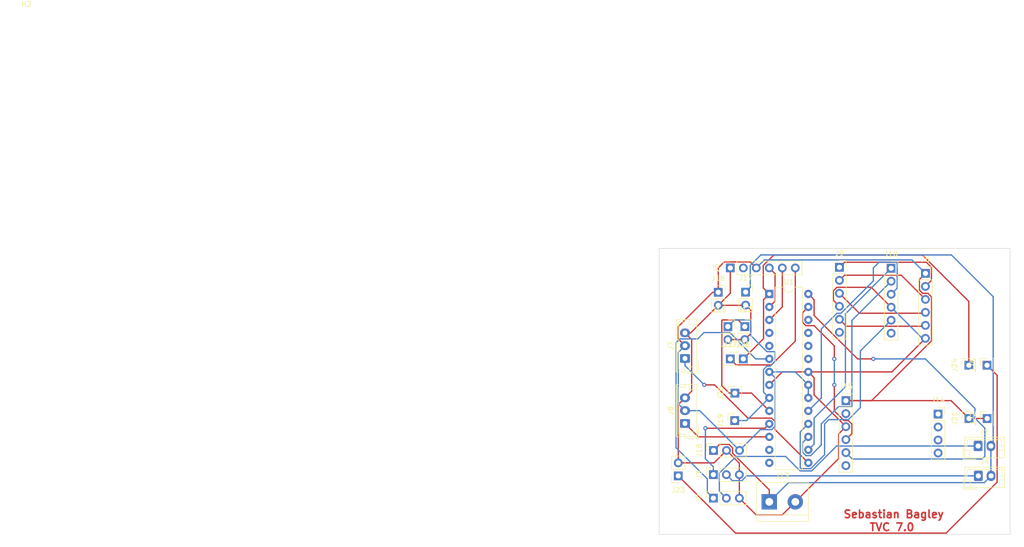
<source format=kicad_pcb>
(kicad_pcb (version 20221018) (generator pcbnew)
  (layers (0 "F.Cu" signal) (31 "B.Cu" signal) (34 "B.Paste" user) (35 "F.Paste" user) (36 "B.SilkS" user "B.Silkscreen") (37 "F.SilkS" user "F.Silkscreen") (38 "B.Mask" user) (39 "F.Mask" user) (44 "Edge.Cuts" user))
  (net 0 "")
  (net 1 "Net-(J1-Pin_1)")
  (net 2 "Net-(J1-Pin_2)")
  (net 3 "Net-(J2-Pin_1)")
  (net 4 "Net-(J10-Pin_4)")
  (net 5 "Net-(J3-Pin_1)")
  (net 6 "Net-(J3-Pin_2)")
  (net 8 "Net-(J15-Pin_1)")
  (net 9 "Net-(J5-Pin_4)")
  (net 10 "Net-(J5-Pin_5)")
  (net 11 "Net-(J27-Pin_1)")
  (net 12 "Net-(J6-Pin_2)")
  (net 13 "Net-(J6-Pin_3)")
  (net 14 "Net-(J6-Pin_4)")
  (net 15 "Net-(J6-Pin_5)")
  (net 16 "Net-(J7-Pin_1)")
  (net 17 "Net-(J8-Pin_1)")
  (net 19 "Net-(J10-Pin_1)")
  (net 20 "Net-(J10-Pin_2)")
  (net 21 "Net-(J10-Pin_3)")
  (net 22 "Net-(J10-Pin_5)")
  (net 24 "Net-(J11-Pin_1)")
  (net 25 "Net-(J12-Pin_1)")
  (net 31 "Net-(J15-Pin_4)")
  (net 32 "Net-(J15-Pin_5)")
  (net 34 "Net-(J23-Pin_1)")
  (net 35 "Net-(J24-Pin_1)")
  (footprint "Connector_PinSocket_2.54mm:PinSocket_1x02_P2.54mm_Vertical" (layer "F.Cu") (at 145.242639 55.520434)
    (fp_text reference "J17" (at 0 -2.77) (layer "F.SilkS"))
    (fp_text value "Conn_01x02_Female")
    (pad "1" thru_hole rect (at 0 0) (size 1.7 1.7) (drill 1) (layers "*.Cu" "*.Mask") (net 2 "Net-(J1-Pin_2)"))
    (pad "2" thru_hole oval (at 0 2.54) (size 1.7 1.7) (drill 1) (layers "*.Cu" "*.Mask") (net 4 "Net-(J10-Pin_4)"))
  )
  (footprint "Connector_PinSocket_2.54mm:PinSocket_1x01_P2.54mm_Vertical" (layer "F.Cu") (at 192.409803 80.227478 90)
    (fp_text reference "J22" (at 0 -2.77 90) (layer "F.SilkS"))
    (fp_text value "Conn_01x01_Female")
    (pad "1" thru_hole rect (at 0 0 90) (size 1.7 1.7) (drill 1) (layers "*.Cu" "*.Mask") (net 8 "Net-(J15-Pin_1)"))
  )
  (footprint "Connector_PinSocket_2.54mm:PinSocket_1x02_P2.54mm_Vertical" (layer "F.Cu") (at 139.890107 55.563951)
    (fp_text reference "J16" (at 0 -2.77) (layer "F.SilkS"))
    (fp_text value "Conn_01x02_Female")
    (pad "1" thru_hole rect (at 0 0) (size 1.7 1.7) (drill 1) (layers "*.Cu" "*.Mask") (net 8 "Net-(J15-Pin_1)"))
    (pad "2" thru_hole oval (at 0 2.54) (size 1.7 1.7) (drill 1) (layers "*.Cu" "*.Mask") (net 4 "Net-(J10-Pin_4)"))
  )
  (footprint "Connector_PinSocket_2.54mm:PinSocket_1x03_P2.54mm_Vertical" (layer "F.Cu") (at 138.966639 86.470778 90)
    (fp_text reference "J18" (at 0 -2.77 90) (layer "F.SilkS"))
    (fp_text value "Conn_01x03_Female")
    (pad "1" thru_hole rect (at 0 0 90) (size 1.7 1.7) (drill 1) (layers "*.Cu" "*.Mask") (net 2 "Net-(J1-Pin_2)"))
    (pad "2" thru_hole oval (at 0 2.54 90) (size 1.7 1.7) (drill 1) (layers "*.Cu" "*.Mask") (net 4 "Net-(J10-Pin_4)"))
    (pad "3" thru_hole oval (at 0 5.08 90) (size 1.7 1.7) (drill 1) (layers "*.Cu" "*.Mask") (net 8 "Net-(J15-Pin_1)"))
  )
  (footprint "MountingHole:MountingHole_4.5mm" (layer "F.Cu") (at 132.08 99.06)
    (fp_text reference "H4" (at 0 0) (layer "F.SilkS"))
    (fp_text value "MountingHole")
    (pad "" np_thru_hole circle (at 0 0) (size 4.5 4.5) (drill 4.5) (layers "*.Cu" "*.Mask"))
  )
  (footprint "Connector_PinSocket_2.54mm:PinSocket_1x06_P2.54mm_Vertical" (layer "F.Cu") (at 164.815338 76.736856)
    (fp_text reference "J15" (at 0 -2.77) (layer "F.SilkS"))
    (fp_text value "Conn_01x06_Female")
    (pad "1" thru_hole rect (at 0 0) (size 1.7 1.7) (drill 1) (layers "*.Cu" "*.Mask") (net 8 "Net-(J15-Pin_1)"))
    (pad "2" thru_hole oval (at 0 2.54) (size 1.7 1.7) (drill 1) (layers "*.Cu" "*.Mask"))
    (pad "3" thru_hole oval (at 0 5.08) (size 1.7 1.7) (drill 1) (layers "*.Cu" "*.Mask") (net 4 "Net-(J10-Pin_4)"))
    (pad "4" thru_hole oval (at 0 7.62) (size 1.7 1.7) (drill 1) (layers "*.Cu" "*.Mask") (net 31 "Net-(J15-Pin_4)"))
    (pad "5" thru_hole oval (at 0 10.16) (size 1.7 1.7) (drill 1) (layers "*.Cu" "*.Mask") (net 32 "Net-(J15-Pin_5)"))
    (pad "6" thru_hole oval (at 0 12.7) (size 1.7 1.7) (drill 1) (layers "*.Cu" "*.Mask"))
  )
  (footprint "Connector_PinSocket_2.54mm:PinSocket_1x03_P2.54mm_Vertical" (layer "F.Cu") (at 138.93492 91.204316 90)
    (fp_text reference "J3" (at 0 -2.77 90) (layer "F.SilkS"))
    (fp_text value "Conn_01x03_Female")
    (pad "1" thru_hole rect (at 0 0 90) (size 1.7 1.7) (drill 1) (layers "*.Cu" "*.Mask") (net 5 "Net-(J3-Pin_1)"))
    (pad "2" thru_hole oval (at 0 2.54 90) (size 1.7 1.7) (drill 1) (layers "*.Cu" "*.Mask") (net 6 "Net-(J3-Pin_2)"))
    (pad "3" thru_hole oval (at 0 5.08 90) (size 1.7 1.7) (drill 1) (layers "*.Cu" "*.Mask") (net 4 "Net-(J10-Pin_4)"))
  )
  (footprint "MountingHole:MountingHole_4.5mm" (layer "F.Cu") (at 193.04 99.06)
    (fp_text reference "H3" (at 0 0) (layer "F.SilkS"))
    (fp_text value "MountingHole")
    (pad "" np_thru_hole circle (at 0 0) (size 4.5 4.5) (drill 4.5) (layers "*.Cu" "*.Mask"))
  )
  (footprint "Connector_PinSocket_2.54mm:PinSocket_1x01_P2.54mm_Vertical" (layer "F.Cu") (at 188.82422 69.817404 90)
    (fp_text reference "J24" (at 0 -2.77 90) (layer "F.SilkS"))
    (fp_text value "Conn_01x01_Female")
    (pad "1" thru_hole rect (at 0 0 90) (size 1.7 1.7) (drill 1) (layers "*.Cu" "*.Mask") (net 35 "Net-(J24-Pin_1)"))
  )
  (footprint "Connector_PinSocket_2.54mm:PinSocket_1x02_P2.54mm_Vertical" (layer "F.Cu") (at 141.761066 62.263919)
    (fp_text reference "J11" (at -1.73923 -3.332754) (layer "F.SilkS"))
    (fp_text value "Conn_01x02_Female")
    (pad "1" thru_hole rect (at 0 0) (size 1.7 1.7) (drill 1) (layers "*.Cu" "*.Mask") (net 24 "Net-(J11-Pin_1)"))
    (pad "2" thru_hole oval (at 0 2.54) (size 1.7 1.7) (drill 1) (layers "*.Cu" "*.Mask") (net 4 "Net-(J10-Pin_4)"))
  )
  (footprint "Connector_PinSocket_2.54mm:PinSocket_1x04_P2.54mm_Vertical" (layer "F.Cu") (at 182.826636 79.355297)
    (fp_text reference "J14" (at 0 -2.77) (layer "F.SilkS"))
    (fp_text value "Conn_01x04_Female")
    (pad "1" thru_hole rect (at 0 0) (size 1.7 1.7) (drill 1) (layers "*.Cu" "*.Mask"))
    (pad "2" thru_hole oval (at 0 2.54) (size 1.7 1.7) (drill 1) (layers "*.Cu" "*.Mask"))
    (pad "3" thru_hole oval (at 0 5.08) (size 1.7 1.7) (drill 1) (layers "*.Cu" "*.Mask"))
    (pad "4" thru_hole oval (at 0 7.62) (size 1.7 1.7) (drill 1) (layers "*.Cu" "*.Mask"))
  )
  (footprint "Package_DIP:DIP-28_W7.62mm" (layer "F.Cu") (at 149.86 55.88)
    (fp_text reference "U1" (at 3.81 -2.33) (layer "F.SilkS"))
    (fp_text value "ATmega328-P")
    (pad "1" thru_hole rect (at 0 0) (size 1.6 1.6) (drill 0.8) (layers "*.Cu" "*.Mask") (net 35 "Net-(J24-Pin_1)"))
    (pad "2" thru_hole oval (at 0 2.54) (size 1.6 1.6) (drill 0.8) (layers "*.Cu" "*.Mask") (net 9 "Net-(J5-Pin_4)"))
    (pad "3" thru_hole oval (at 0 5.08) (size 1.6 1.6) (drill 0.8) (layers "*.Cu" "*.Mask") (net 10 "Net-(J5-Pin_5)"))
    (pad "4" thru_hole oval (at 0 7.62) (size 1.6 1.6) (drill 0.8) (layers "*.Cu" "*.Mask"))
    (pad "5" thru_hole oval (at 0 10.16) (size 1.6 1.6) (drill 0.8) (layers "*.Cu" "*.Mask"))
    (pad "6" thru_hole oval (at 0 12.7) (size 1.6 1.6) (drill 0.8) (layers "*.Cu" "*.Mask") (net 3 "Net-(J2-Pin_1)"))
    (pad "7" thru_hole oval (at 0 15.24) (size 1.6 1.6) (drill 0.8) (layers "*.Cu" "*.Mask") (net 8 "Net-(J15-Pin_1)"))
    (pad "8" thru_hole oval (at 0 17.78) (size 1.6 1.6) (drill 0.8) (layers "*.Cu" "*.Mask") (net 4 "Net-(J10-Pin_4)"))
    (pad "9" thru_hole oval (at 0 20.32) (size 1.6 1.6) (drill 0.8) (layers "*.Cu" "*.Mask") (net 24 "Net-(J11-Pin_1)"))
    (pad "10" thru_hole oval (at 0 22.86) (size 1.6 1.6) (drill 0.8) (layers "*.Cu" "*.Mask") (net 25 "Net-(J12-Pin_1)"))
    (pad "11" thru_hole oval (at 0 25.4) (size 1.6 1.6) (drill 0.8) (layers "*.Cu" "*.Mask") (net 5 "Net-(J3-Pin_1)"))
    (pad "12" thru_hole oval (at 0 27.94) (size 1.6 1.6) (drill 0.8) (layers "*.Cu" "*.Mask") (net 17 "Net-(J8-Pin_1)"))
    (pad "13" thru_hole oval (at 0 30.48) (size 1.6 1.6) (drill 0.8) (layers "*.Cu" "*.Mask"))
    (pad "14" thru_hole oval (at 0 33.02) (size 1.6 1.6) (drill 0.8) (layers "*.Cu" "*.Mask"))
    (pad "15" thru_hole oval (at 7.62 33.02) (size 1.6 1.6) (drill 0.8) (layers "*.Cu" "*.Mask") (net 16 "Net-(J7-Pin_1)"))
    (pad "16" thru_hole oval (at 7.62 30.48) (size 1.6 1.6) (drill 0.8) (layers "*.Cu" "*.Mask") (net 19 "Net-(J10-Pin_1)"))
    (pad "17" thru_hole oval (at 7.62 27.94) (size 1.6 1.6) (drill 0.8) (layers "*.Cu" "*.Mask") (net 20 "Net-(J10-Pin_2)"))
    (pad "18" thru_hole oval (at 7.62 25.4) (size 1.6 1.6) (drill 0.8) (layers "*.Cu" "*.Mask") (net 22 "Net-(J10-Pin_5)"))
    (pad "19" thru_hole oval (at 7.62 22.86) (size 1.6 1.6) (drill 0.8) (layers "*.Cu" "*.Mask") (net 21 "Net-(J10-Pin_3)"))
    (pad "20" thru_hole oval (at 7.62 20.32) (size 1.6 1.6) (drill 0.8) (layers "*.Cu" "*.Mask") (net 8 "Net-(J15-Pin_1)"))
    (pad "21" thru_hole oval (at 7.62 17.78) (size 1.6 1.6) (drill 0.8) (layers "*.Cu" "*.Mask") (net 8 "Net-(J15-Pin_1)"))
    (pad "22" thru_hole oval (at 7.62 15.24) (size 1.6 1.6) (drill 0.8) (layers "*.Cu" "*.Mask") (net 4 "Net-(J10-Pin_4)"))
    (pad "23" thru_hole oval (at 7.62 12.7) (size 1.6 1.6) (drill 0.8) (layers "*.Cu" "*.Mask"))
    (pad "24" thru_hole oval (at 7.62 10.16) (size 1.6 1.6) (drill 0.8) (layers "*.Cu" "*.Mask"))
    (pad "25" thru_hole oval (at 7.62 7.62) (size 1.6 1.6) (drill 0.8) (layers "*.Cu" "*.Mask"))
    (pad "26" thru_hole oval (at 7.62 5.08) (size 1.6 1.6) (drill 0.8) (layers "*.Cu" "*.Mask"))
    (pad "27" thru_hole oval (at 7.62 2.54) (size 1.6 1.6) (drill 0.8) (layers "*.Cu" "*.Mask") (net 31 "Net-(J15-Pin_4)"))
    (pad "28" thru_hole oval (at 7.62 0) (size 1.6 1.6) (drill 0.8) (layers "*.Cu" "*.Mask") (net 32 "Net-(J15-Pin_5)"))
  )
  (footprint "Connector_PinSocket_2.54mm:PinSocket_1x02_P2.54mm_Vertical" (layer "F.Cu") (at 132.08 91.44 180)
    (fp_text reference "J23" (at 0 -2.77) (layer "F.SilkS"))
    (fp_text value "Conn_01x02_Female")
    (pad "1" thru_hole rect (at 0 0 180) (size 1.7 1.7) (drill 1) (layers "*.Cu" "*.Mask") (net 34 "Net-(J23-Pin_1)"))
    (pad "2" thru_hole oval (at 0 2.54 180) (size 1.7 1.7) (drill 1) (layers "*.Cu" "*.Mask") (net 4 "Net-(J10-Pin_4)"))
  )
  (footprint "Connector_PinSocket_2.54mm:PinSocket_1x03_P2.54mm_Vertical" (layer "F.Cu") (at 138.93492 95.804316 90)
    (fp_text reference "J2" (at 0 -2.77 90) (layer "F.SilkS"))
    (fp_text value "Conn_01x03_Female")
    (pad "1" thru_hole rect (at 0 0 90) (size 1.7 1.7) (drill 1) (layers "*.Cu" "*.Mask") (net 3 "Net-(J2-Pin_1)"))
    (pad "2" thru_hole oval (at 0 2.54 90) (size 1.7 1.7) (drill 1) (layers "*.Cu" "*.Mask") (net 1 "Net-(J1-Pin_1)"))
    (pad "3" thru_hole oval (at 0 5.08 90) (size 1.7 1.7) (drill 1) (layers "*.Cu" "*.Mask") (net 4 "Net-(J10-Pin_4)"))
  )
  (footprint "MountingHole:MountingHole_4.5mm" (layer "F.Cu") (at 4.775 4.775)
    (fp_text reference "H2" (at 0 -5.5) (layer "F.SilkS"))
    (fp_text value "MountingHole")
    (pad "" np_thru_hole circle (at 0 0) (size 4.5 4.5) (drill 4.5) (layers "*.Cu" "*.Mask"))
  )
  (footprint "Connector_PinSocket_2.54mm:PinSocket_1x01_P2.54mm_Vertical" (layer "F.Cu") (at 144.78 68.58)
    (fp_text reference "J26" (at 0 -2.77) (layer "F.SilkS"))
    (fp_text value "Conn_01x01_Female")
    (pad "1" thru_hole rect (at 0 0) (size 1.7 1.7) (drill 1) (layers "*.Cu" "*.Mask") (net 35 "Net-(J24-Pin_1)"))
  )
  (footprint "MountingHole:MountingHole_4.5mm" (layer "F.Cu") (at 132.08 50.8)
    (fp_text reference "H1" (at 0 0) (layer "F.SilkS"))
    (fp_text value "MountingHole")
    (pad "" np_thru_hole circle (at 0 0) (size 4.5 4.5) (drill 4.5) (layers "*.Cu" "*.Mask"))
  )
  (footprint "Connector_PinSocket_2.54mm:PinSocket_1x01_P2.54mm_Vertical" (layer "F.Cu") (at 188.850246 80.227479 90)
    (fp_text reference "J21" (at 0 -2.77 90) (layer "F.SilkS"))
    (fp_text value "Conn_01x01_Female")
    (pad "1" thru_hole rect (at 0 0 90) (size 1.7 1.7) (drill 1) (layers "*.Cu" "*.Mask") (net 8 "Net-(J15-Pin_1)"))
  )
  (footprint "Connector_PinSocket_2.54mm:PinSocket_1x02_P2.54mm_Vertical" (layer "F.Cu") (at 145.077867 62.26317)
    (fp_text reference "J12" (at 0.053072 -3.369219) (layer "F.SilkS"))
    (fp_text value "Conn_01x02_Female")
    (pad "1" thru_hole rect (at 0 0) (size 1.7 1.7) (drill 1) (layers "*.Cu" "*.Mask") (net 25 "Net-(J12-Pin_1)"))
    (pad "2" thru_hole oval (at 0 2.54) (size 1.7 1.7) (drill 1) (layers "*.Cu" "*.Mask") (net 4 "Net-(J10-Pin_4)"))
  )
  (footprint "Connector_PinSocket_2.54mm:PinSocket_1x01_P2.54mm_Vertical" (layer "F.Cu") (at 143.133939 75.263877 90)
    (fp_text reference "J20" (at 0 -2.77 90) (layer "F.SilkS"))
    (fp_text value "Conn_01x01_Female")
    (pad "1" thru_hole rect (at 0 0 90) (size 1.7 1.7) (drill 1) (layers "*.Cu" "*.Mask") (net 25 "Net-(J12-Pin_1)"))
  )
  (footprint "TerminalBlock:TerminalBlock_bornier-2_P5.08mm" (layer "F.Cu") (at 149.86 96.52)
    (fp_text reference "J13" (at 2.54 -5.08) (layer "F.SilkS"))
    (fp_text value "Conn_01x02_Female")
    (pad "1" thru_hole rect (at 0 0) (size 3 3) (drill 1.52) (layers "*.Cu" "*.Mask") (net 2 "Net-(J1-Pin_2)"))
    (pad "2" thru_hole circle (at 5.08 0) (size 3 3) (drill 1.52) (layers "*.Cu" "*.Mask") (net 4 "Net-(J10-Pin_4)"))
  )
  (footprint "Connector_JST:JST_EH_B3B-EH-A_1x03_P2.50mm_Vertical" (layer "F.Cu") (at 133.395778 68.494879 90)
    (fp_text reference "J7" (at 2.5 -2.8 90) (layer "F.SilkS"))
    (fp_text value "Conn_01x03_Male")
    (pad "1" thru_hole roundrect (at 0 0 90) (size 1.7 1.95) (drill 0.95) (layers "*.Cu" "*.Mask") (roundrect_rratio 0.1470588235) (net 16 "Net-(J7-Pin_1)"))
    (pad "2" thru_hole oval (at 2.5 0 90) (size 1.7 1.95) (drill 0.95) (layers "*.Cu" "*.Mask") (net 8 "Net-(J15-Pin_1)"))
    (pad "3" thru_hole oval (at 5 0 90) (size 1.7 1.95) (drill 0.95) (layers "*.Cu" "*.Mask") (net 4 "Net-(J10-Pin_4)"))
  )
  (footprint "Connector_PinSocket_2.54mm:PinSocket_1x06_P2.54mm_Vertical" (layer "F.Cu") (at 142.24 50.8 90)
    (fp_text reference "J5" (at 0 -2.77 90) (layer "F.SilkS"))
    (fp_text value "Conn_01x06_Pin")
    (pad "1" thru_hole rect (at 0 0 90) (size 1.7 1.7) (drill 1) (layers "*.Cu" "*.Mask") (net 4 "Net-(J10-Pin_4)"))
    (pad "2" thru_hole oval (at 0 2.54 90) (size 1.7 1.7) (drill 1) (layers "*.Cu" "*.Mask"))
    (pad "3" thru_hole oval (at 0 5.08 90) (size 1.7 1.7) (drill 1) (layers "*.Cu" "*.Mask") (net 8 "Net-(J15-Pin_1)"))
    (pad "4" thru_hole oval (at 0 7.62 90) (size 1.7 1.7) (drill 1) (layers "*.Cu" "*.Mask") (net 9 "Net-(J5-Pin_4)"))
    (pad "5" thru_hole oval (at 0 10.16 90) (size 1.7 1.7) (drill 1) (layers "*.Cu" "*.Mask") (net 10 "Net-(J5-Pin_5)"))
    (pad "6" thru_hole oval (at 0 12.7 90) (size 1.7 1.7) (drill 1) (layers "*.Cu" "*.Mask") (net 11 "Net-(J27-Pin_1)"))
  )
  (footprint "Connector_JST:JST_EH_B2B-EH-A_1x02_P2.50mm_Vertical" (layer "F.Cu") (at 190.677159 91.44)
    (fp_text reference "J4" (at 1.25 -2.8) (layer "F.SilkS"))
    (fp_text value "Conn_01x02_Female")
    (pad "1" thru_hole roundrect (at 0 0) (size 1.7 2) (drill 1) (layers "*.Cu" "*.Mask") (roundrect_rratio 0.1470588235) (net 6 "Net-(J3-Pin_2)"))
    (pad "2" thru_hole oval (at 2.5 0) (size 1.7 2) (drill 1) (layers "*.Cu" "*.Mask") (net 2 "Net-(J1-Pin_2)"))
  )
  (footprint "Connector_PinSocket_2.54mm:PinSocket_1x06_P2.54mm_Vertical" (layer "F.Cu") (at 180.35416 51.866001)
    (fp_text reference "J6" (at 0 -2.77) (layer "F.SilkS"))
    (fp_text value "Conn_01x06_Pin")
    (pad "1" thru_hole rect (at 0 0) (size 1.7 1.7) (drill 1) (layers "*.Cu" "*.Mask") (net 8 "Net-(J15-Pin_1)"))
    (pad "2" thru_hole oval (at 0 2.54) (size 1.7 1.7) (drill 1) (layers "*.Cu" "*.Mask") (net 12 "Net-(J6-Pin_2)"))
    (pad "3" thru_hole oval (at 0 5.08) (size 1.7 1.7) (drill 1) (layers "*.Cu" "*.Mask") (net 13 "Net-(J6-Pin_3)"))
    (pad "4" thru_hole oval (at 0 7.62) (size 1.7 1.7) (drill 1) (layers "*.Cu" "*.Mask") (net 14 "Net-(J6-Pin_4)"))
    (pad "5" thru_hole oval (at 0 10.16) (size 1.7 1.7) (drill 1) (layers "*.Cu" "*.Mask") (net 15 "Net-(J6-Pin_5)"))
    (pad "6" thru_hole oval (at 0 12.7) (size 1.7 1.7) (drill 1) (layers "*.Cu" "*.Mask") (net 4 "Net-(J10-Pin_4)"))
  )
  (footprint "Connector_JST:JST_EH_B3B-EH-A_1x03_P2.50mm_Vertical" (layer "F.Cu") (at 133.395778 81.194879 90)
    (fp_text reference "J8" (at 2.5 -2.8 90) (layer "F.SilkS"))
    (fp_text value "Conn_01x03_Male")
    (pad "1" thru_hole roundrect (at 0 0 90) (size 1.7 1.95) (drill 0.95) (layers "*.Cu" "*.Mask") (roundrect_rratio 0.1470588235) (net 17 "Net-(J8-Pin_1)"))
    (pad "2" thru_hole oval (at 2.5 0 90) (size 1.7 1.95) (drill 0.95) (layers "*.Cu" "*.Mask") (net 8 "Net-(J15-Pin_1)"))
    (pad "3" thru_hole oval (at 5 0 90) (size 1.7 1.95) (drill 0.95) (layers "*.Cu" "*.Mask") (net 4 "Net-(J10-Pin_4)"))
  )
  (footprint "Connector_PinSocket_2.54mm:PinSocket_1x01_P2.54mm_Vertical" (layer "F.Cu") (at 143.106612 80.629354 90)
    (fp_text reference "J19" (at 0 -2.77 90) (layer "F.SilkS"))
    (fp_text value "Conn_01x01_Female")
    (pad "1" thru_hole rect (at 0 0 90) (size 1.7 1.7) (drill 1) (layers "*.Cu" "*.Mask") (net 24 "Net-(J11-Pin_1)"))
  )
  (footprint "Connector_JST:JST_EH_B2B-EH-A_1x02_P2.50mm_Vertical" (layer "F.Cu") (at 190.637089 85.600318)
    (fp_text reference "J1" (at 1.25 -2.8) (layer "F.SilkS"))
    (fp_text value "Conn_01x02_Female")
    (pad "1" thru_hole roundrect (at 0 0) (size 1.7 2) (drill 1) (layers "*.Cu" "*.Mask") (roundrect_rratio 0.1470588235) (net 1 "Net-(J1-Pin_1)"))
    (pad "2" thru_hole oval (at 2.5 0) (size 1.7 2) (drill 1) (layers "*.Cu" "*.Mask") (net 2 "Net-(J1-Pin_2)"))
  )
  (footprint "Connector_PinSocket_2.54mm:PinSocket_1x01_P2.54mm_Vertical" (layer "F.Cu") (at 192.383777 69.817403 90)
    (fp_text reference "J25" (at 0 -2.77 90) (layer "F.SilkS"))
    (fp_text value "Conn_01x01_Female")
    (pad "1" thru_hole rect (at 0 0 90) (size 1.7 1.7) (drill 1) (layers "*.Cu" "*.Mask") (net 34 "Net-(J23-Pin_1)"))
  )
  (footprint "Connector_PinSocket_2.54mm:PinSocket_1x01_P2.54mm_Vertical" (layer "F.Cu") (at 142.24 68.58)
    (fp_text reference "J27" (at 0 -2.77) (layer "F.SilkS"))
    (fp_text value "Conn_01x01_Female")
    (pad "1" thru_hole rect (at 0 0) (size 1.7 1.7) (drill 1) (layers "*.Cu" "*.Mask") (net 11 "Net-(J27-Pin_1)"))
  )
  (footprint "Connector_PinSocket_2.54mm:PinSocket_1x06_P2.54mm_Vertical" (layer "F.Cu") (at 173.656475 50.858175)
    (fp_text reference "J10" (at 0 -2.77) (layer "F.SilkS"))
    (fp_text value "Conn_01x06_Pin")
    (pad "1" thru_hole rect (at 0 0) (size 1.7 1.7) (drill 1) (layers "*.Cu" "*.Mask") (net 19 "Net-(J10-Pin_1)"))
    (pad "2" thru_hole oval (at 0 2.54) (size 1.7 1.7) (drill 1) (layers "*.Cu" "*.Mask") (net 20 "Net-(J10-Pin_2)"))
    (pad "3" thru_hole oval (at 0 5.08) (size 1.7 1.7) (drill 1) (layers "*.Cu" "*.Mask") (net 21 "Net-(J10-Pin_3)"))
    (pad "4" thru_hole oval (at 0 7.62) (size 1.7 1.7) (drill 1) (layers "*.Cu" "*.Mask") (net 4 "Net-(J10-Pin_4)"))
    (pad "5" thru_hole oval (at 0 10.16) (size 1.7 1.7) (drill 1) (layers "*.Cu" "*.Mask") (net 22 "Net-(J10-Pin_5)"))
    (pad "6" thru_hole oval (at 0 12.7) (size 1.7 1.7) (drill 1) (layers "*.Cu" "*.Mask"))
  )
  (footprint "Connector_PinSocket_2.54mm:PinSocket_1x06_P2.54mm_Vertical" (layer "F.Cu") (at 163.553861 50.681236)
    (fp_text reference "J9" (at 0 -2.77) (layer "F.SilkS"))
    (fp_text value "Conn_01x06_Pin")
    (pad "1" thru_hole rect (at 0 0) (size 1.7 1.7) (drill 1) (layers "*.Cu" "*.Mask") (net 12 "Net-(J6-Pin_2)"))
    (pad "2" thru_hole oval (at 0 2.54) (size 1.7 1.7) (drill 1) (layers "*.Cu" "*.Mask") (net 13 "Net-(J6-Pin_3)"))
    (pad "3" thru_hole oval (at 0 5.08) (size 1.7 1.7) (drill 1) (layers "*.Cu" "*.Mask") (net 14 "Net-(J6-Pin_4)"))
    (pad "4" thru_hole oval (at 0 7.62) (size 1.7 1.7) (drill 1) (layers "*.Cu" "*.Mask") (net 4 "Net-(J10-Pin_4)"))
    (pad "5" thru_hole oval (at 0 10.16) (size 1.7 1.7) (drill 1) (layers "*.Cu" "*.Mask") (net 15 "Net-(J6-Pin_5)"))
    (pad "6" thru_hole oval (at 0 12.7) (size 1.7 1.7) (drill 1) (layers "*.Cu" "*.Mask"))
  )
  (gr_rect (start 128.347219 46.988323) (end 196.890565 102.888512) (stroke (width 0.1)) (fill none) (layer "Edge.Cuts"))
  (gr_text "Sebastian Bagley" (at 164.208873 99.811203) (layer "F.Cu") (effects (font (size 1.5 1.5) (thickness 0.3) bold) (justify left bottom)))
  (gr_text "TVC 7.0" (at 169.288873 102.351203) (layer "F.Cu") (effects (font (size 1.5 1.5) (thickness 0.3) bold) (justify left bottom)))
  (segment (start 155.878604 90.475) (end 153.049382 87.645778) (width 0.25) (layer "B.Cu") (net 1))
  (segment (start 190.637089 85.600318) (end 190.62711 85.610297) (width 0.25) (layer "B.Cu") (net 1))
  (segment (start 158.132387 90.475) (end 155.878604 90.475) (width 0.25) (layer "B.Cu") (net 1))
  (segment (start 153.049382 87.645778) (end 143.371757 87.645778) (width 0.25) (layer "B.Cu") (net 1))
  (segment (start 162.99709 85.610297) (end 158.132387 90.475) (width 0.25) (layer "B.Cu") (net 1))
  (segment (start 143.371757 87.645778) (end 140.10992 90.907615) (width 0.25) (layer "B.Cu") (net 1))
  (segment (start 190.62711 85.610297) (end 162.99709 85.610297) (width 0.25) (layer "B.Cu") (net 1))
  (segment (start 140.10992 90.907615) (end 140.10992 94.439316) (width 0.25) (layer "B.Cu") (net 1))
  (segment (start 140.10992 94.439316) (end 141.47492 95.804316) (width 0.25) (layer "B.Cu") (net 1))
  (segment (start 149.86 94.187743) (end 149.86 96.52) (width 0.25) (layer "F.Cu") (net 2))
  (segment (start 140.141639 85.295778) (end 141.99334 85.295778) (width 0.25) (layer "F.Cu") (net 2))
  (segment (start 142.681639 87.009382) (end 149.86 94.187743) (width 0.25) (layer "F.Cu") (net 2))
  (segment (start 138.966639 86.470778) (end 140.141639 85.295778) (width 0.25) (layer "F.Cu") (net 2))
  (segment (start 141.99334 85.295778) (end 142.681639 85.984077) (width 0.25) (layer "F.Cu") (net 2))
  (segment (start 142.681639 85.984077) (end 142.681639 87.009382) (width 0.25) (layer "F.Cu") (net 2))
  (segment (start 193.137089 85.600318) (end 193.137089 91.39993) (width 0.25) (layer "B.Cu") (net 2))
  (segment (start 193.137089 91.39993) (end 193.177159 91.44) (width 0.25) (layer "B.Cu") (net 2))
  (segment (start 193.584803 56.424803) (end 185.42 48.26) (width 0.25) (layer "B.Cu") (net 2))
  (segment (start 185.42 48.26) (end 148.198299 48.26) (width 0.25) (layer "B.Cu") (net 2))
  (segment (start 193.584803 85.152604) (end 193.584803 56.424803) (width 0.25) (layer "B.Cu") (net 2))
  (segment (start 146.145 50.313299) (end 146.145 54.618073) (width 0.25) (layer "B.Cu") (net 2))
  (segment (start 153.615 92.765) (end 149.86 96.52) (width 0.25) (layer "B.Cu") (net 2))
  (segment (start 146.145 54.618073) (end 145.242639 55.520434) (width 0.25) (layer "B.Cu") (net 2))
  (segment (start 191.852159 92.765) (end 153.615 92.765) (width 0.25) (layer "B.Cu") (net 2))
  (segment (start 193.137089 85.600318) (end 193.584803 85.152604) (width 0.25) (layer "B.Cu") (net 2))
  (segment (start 148.198299 48.26) (end 146.145 50.313299) (width 0.25) (layer "B.Cu") (net 2))
  (segment (start 193.177159 91.44) (end 191.852159 92.765) (width 0.25) (layer "B.Cu") (net 2))
  (segment (start 137.75992 92.03992) (end 137.75992 94.629316) (width 0.25) (layer "B.Cu") (net 3))
  (segment (start 131.645778 65.406441) (end 131.645778 85.925778) (width 0.25) (layer "B.Cu") (net 3))
  (segment (start 147.192996 68.58) (end 143.902867 65.289871) (width 0.25) (layer "B.Cu") (net 3))
  (segment (start 137.098919 63.438919) (end 135.867959 64.669879) (width 0.25) (layer "B.Cu") (net 3))
  (segment (start 142.178919 63.438919) (end 137.098919 63.438919) (width 0.25) (layer "B.Cu") (net 3))
  (segment (start 132.38234 64.669879) (end 131.645778 65.406441) (width 0.25) (layer "B.Cu") (net 3))
  (segment (start 143.902867 65.162867) (end 142.178919 63.438919) (width 0.25) (layer "B.Cu") (net 3))
  (segment (start 137.75992 94.629316) (end 138.93492 95.804316) (width 0.25) (layer "B.Cu") (net 3))
  (segment (start 143.902867 65.289871) (end 143.902867 65.162867) (width 0.25) (layer "B.Cu") (net 3))
  (segment (start 149.86 68.58) (end 147.192996 68.58) (width 0.25) (layer "B.Cu") (net 3))
  (segment (start 131.645778 85.925778) (end 137.75992 92.03992) (width 0.25) (layer "B.Cu") (net 3))
  (segment (start 135.867959 64.669879) (end 132.38234 64.669879) (width 0.25) (layer "B.Cu") (net 3))
  (segment (start 132.08 77.510657) (end 132.08 88.9) (width 0.25) (layer "F.Cu") (net 4))
  (segment (start 162.378861 57.126236) (end 162.378861 55.274535) (width 0.25) (layer "F.Cu") (net 4))
  (segment (start 141.761815 64.80317) (end 141.761066 64.803919) (width 0.25) (layer "F.Cu") (net 4))
  (segment (start 169.764536 54.586236) (end 173.656475 58.478175) (width 0.25) (layer "F.Cu") (net 4))
  (segment (start 157.48 71.12) (end 173.800161 71.12) (width 0.25) (layer "F.Cu") (net 4))
  (segment (start 163.553861 58.301236) (end 162.378861 57.126236) (width 0.25) (layer "F.Cu") (net 4))
  (segment (start 164.815338 81.816856) (end 158.605 75.606518) (width 0.25) (layer "F.Cu") (net 4))
  (segment (start 142.24 55.754058) (end 139.890107 58.103951) (width 0.25) (layer "F.Cu") (net 4))
  (segment (start 163.06716 54.586236) (end 169.764536 54.586236) (width 0.25) (layer "F.Cu") (net 4))
  (segment (start 145.242639 58.060434) (end 146.252867 59.070662) (width 0.25) (layer "F.Cu") (net 4))
  (segment (start 139.890107 58.103951) (end 134.499179 63.494879) (width 0.25) (layer "F.Cu") (net 4))
  (segment (start 134.695778 74.894879) (end 133.395778 76.194879) (width 0.25) (layer "F.Cu") (net 4))
  (segment (start 162.378861 55.274535) (end 163.06716 54.586236) (width 0.25) (layer "F.Cu") (net 4))
  (segment (start 142.24 50.8) (end 142.24 55.754058) (width 0.25) (layer "F.Cu") (net 4))
  (segment (start 141.506639 86.470778) (end 144.01492 88.979059) (width 0.25) (layer "F.Cu") (net 4))
  (segment (start 144.01492 88.979059) (end 144.01492 91.204316) (width 0.25) (layer "F.Cu") (net 4))
  (segment (start 133.395778 76.194879) (end 132.08 77.510657) (width 0.25) (layer "F.Cu") (net 4))
  (segment (start 147.270604 99.06) (end 152.4 99.06) (width 0.25) (layer "F.Cu") (net 4))
  (segment (start 152.4 99.06) (end 154.94 96.52) (width 0.25) (layer "F.Cu") (net 4))
  (segment (start 146.252867 59.070662) (end 146.252867 63.62817) (width 0.25) (layer "F.Cu") (net 4))
  (segment (start 158.605 75.606518) (end 158.605 72.245) (width 0.25) (layer "F.Cu") (net 4))
  (segment (start 133.395778 63.494879) (end 134.695778 64.794879) (width 0.25) (layer "F.Cu") (net 4))
  (segment (start 139.890107 58.103951) (end 145.199122 58.103951) (width 0.25) (layer "F.Cu") (net 4))
  (segment (start 163.388144 88.071856) (end 163.388144 83.24405) (width 0.25) (layer "F.Cu") (net 4))
  (segment (start 145.199122 58.103951) (end 145.242639 58.060434) (width 0.25) (layer "F.Cu") (net 4))
  (segment (start 146.252867 63.62817) (end 145.077867 64.80317) (width 0.25) (layer "F.Cu") (net 4))
  (segment (start 157.48 71.12) (end 152.4 71.12) (width 0.25) (layer "F.Cu") (net 4))
  (segment (start 152.4 71.12) (end 149.86 73.66) (width 0.25) (layer "F.Cu") (net 4))
  (segment (start 173.800161 71.12) (end 180.35416 64.566001) (width 0.25) (layer "F.Cu") (net 4))
  (segment (start 144.01492 95.804316) (end 147.270604 99.06) (width 0.25) (layer "F.Cu") (net 4))
  (segment (start 158.605 72.245) (end 157.48 71.12) (width 0.25) (layer "F.Cu") (net 4))
  (segment (start 134.695778 64.794879) (end 134.695778 74.894879) (width 0.25) (layer "F.Cu") (net 4))
  (segment (start 145.077867 64.80317) (end 141.761815 64.80317) (width 0.25) (layer "F.Cu") (net 4))
  (segment (start 154.94 96.52) (end 163.388144 88.071856) (width 0.25) (layer "F.Cu") (net 4))
  (segment (start 163.388144 83.24405) (end 164.815338 81.816856) (width 0.25) (layer "F.Cu") (net 4))
  (segment (start 139.077417 88.9) (end 141.506639 86.470778) (width 0.25) (layer "F.Cu") (net 4))
  (segment (start 144.01492 91.204316) (end 144.01492 95.804316) (width 0.25) (layer "F.Cu") (net 4))
  (segment (start 134.499179 63.494879) (end 133.395778 63.494879) (width 0.25) (layer "F.Cu") (net 4))
  (segment (start 132.08 88.9) (end 139.077417 88.9) (width 0.25) (layer "F.Cu") (net 4))
  (segment (start 179.744301 64.566001) (end 180.35416 64.566001) (width 0.25) (layer "B.Cu") (net 4))
  (segment (start 173.656475 58.478175) (end 179.744301 64.566001) (width 0.25) (layer "B.Cu") (net 4))
  (segment (start 149.005676 82.134324) (end 149.86 81.28) (width 0.25) (layer "F.Cu") (net 5))
  (segment (start 137.388542 82.134324) (end 149.005676 82.134324) (width 0.25) (layer "F.Cu") (net 5))
  (via (at 137.388542 82.134324) (size 0.8) (drill 0.4) (layers "F.Cu" "B.Cu") (net 5))
  (segment (start 138.93492 91.204316) (end 138.93492 89.66508) (width 0.25) (layer "B.Cu") (net 5))
  (segment (start 137.388542 82.134324) (end 137.367378 82.137447) (width 0.25) (layer "B.Cu") (net 5))
  (segment (start 137.367378 88.097538) (end 137.388542 82.134324) (width 0.25) (layer "B.Cu") (net 5))
  (segment (start 138.93492 89.66508) (end 137.367378 88.097538) (width 0.25) (layer "B.Cu") (net 5))
  (segment (start 144.501621 92.379316) (end 142.64992 92.379316) (width 0.25) (layer "B.Cu") (net 6))
  (segment (start 142.64992 92.379316) (end 141.47492 91.204316) (width 0.25) (layer "B.Cu") (net 6))
  (segment (start 190.677159 91.44) (end 145.440937 91.44) (width 0.25) (layer "B.Cu") (net 6))
  (segment (start 145.440937 91.44) (end 144.501621 92.379316) (width 0.25) (layer "B.Cu") (net 6))
  (segment (start 139.890107 55.563951) (end 138.790107 55.563951) (width 0.25) (layer "F.Cu") (net 8))
  (segment (start 169.845006 76.736856) (end 181.52916 65.052702) (width 0.25) (layer "F.Cu") (net 8))
  (segment (start 138.790107 55.563951) (end 132.08 62.274058) (width 0.25) (layer "F.Cu") (net 8))
  (segment (start 146.145 49.625) (end 147.32 50.8) (width 0.25) (layer "F.Cu") (net 8))
  (segment (start 139.890107 55.563951) (end 139.890107 50.799893) (width 0.25) (layer "F.Cu") (net 8))
  (segment (start 164.815338 76.736856) (end 169.845006 76.736856) (width 0.25) (layer "F.Cu") (net 8))
  (segment (start 132.08 62.274058) (end 132.08 64.679101) (width 0.25) (layer "F.Cu") (net 8))
  (segment (start 192.409803 80.227478) (end 188.850246 80.227479) (width 0.25) (layer "F.Cu") (net 8))
  (segment (start 179.17916 53.041001) (end 180.35416 51.866001) (width 0.25) (layer "F.Cu") (net 8))
  (segment (start 188.850246 80.227479) (end 185.359623 76.736856) (width 0.25) (layer "F.Cu") (net 8))
  (segment (start 179.17916 55.134605) (end 179.17916 53.041001) (width 0.25) (layer "F.Cu") (net 8))
  (segment (start 141.065 49.625) (end 146.145 49.625) (width 0.25) (layer "F.Cu") (net 8))
  (segment (start 179.815556 55.771001) (end 179.17916 55.134605) (width 0.25) (layer "F.Cu") (net 8))
  (segment (start 139.890107 50.799893) (end 141.065 49.625) (width 0.25) (layer "F.Cu") (net 8))
  (segment (start 180.840861 55.771001) (end 179.815556 55.771001) (width 0.25) (layer "F.Cu") (net 8))
  (segment (start 132.08 64.679101) (end 133.395778 65.994879) (width 0.25) (layer "F.Cu") (net 8))
  (segment (start 181.52916 65.052702) (end 181.52916 56.4593) (width 0.25) (layer "F.Cu") (net 8))
  (segment (start 181.52916 56.4593) (end 180.840861 55.771001) (width 0.25) (layer "F.Cu") (net 8))
  (segment (start 185.359623 76.736856) (end 164.815338 76.736856) (width 0.25) (layer "F.Cu") (net 8))
  (segment (start 132.095778 67.294879) (end 133.395778 65.994879) (width 0.25) (layer "B.Cu") (net 8))
  (segment (start 133.395778 78.694879) (end 136.27074 78.694879) (width 0.25) (layer "B.Cu") (net 8))
  (segment (start 177.721334 49.233175) (end 148.886825 49.233175) (width 0.25) (layer "B.Cu") (net 8))
  (segment (start 133.395778 78.694879) (end 132.095778 77.394879) (width 0.25) (layer "B.Cu") (net 8))
  (segment (start 144.046639 86.470778) (end 148.112417 82.405) (width 0.25) (layer "B.Cu") (net 8))
  (segment (start 148.886825 49.233175) (end 147.32 50.8) (width 0.25) (layer "B.Cu") (net 8))
  (segment (start 154.94 71.12) (end 157.48 73.66) (width 0.25) (layer "B.Cu") (net 8))
  (segment (start 136.27074 78.694879) (end 144.046639 86.470778) (width 0.25) (layer "B.Cu") (net 8))
  (segment (start 150.325991 82.405) (end 150.985 81.745991) (width 0.25) (layer "B.Cu") (net 8))
  (segment (start 132.095778 77.394879) (end 132.095778 67.294879) (width 0.25) (layer "B.Cu") (net 8))
  (segment (start 150.985 81.745991) (end 150.985 72.245) (width 0.25) (layer "B.Cu") (net 8))
  (segment (start 180.35416 51.866001) (end 177.721334 49.233175) (width 0.25) (layer "B.Cu") (net 8))
  (segment (start 150.985 72.245) (end 149.86 71.12) (width 0.25) (layer "B.Cu") (net 8))
  (segment (start 149.86 71.12) (end 154.94 71.12) (width 0.25) (layer "B.Cu") (net 8))
  (segment (start 157.48 76.2) (end 157.48 73.66) (width 0.25) (layer "B.Cu") (net 8))
  (segment (start 148.112417 82.405) (end 150.325991 82.405) (width 0.25) (layer "B.Cu") (net 8))
  (segment (start 149.86 58.42) (end 150.985 57.295) (width 0.25) (layer "F.Cu") (net 9))
  (segment (start 150.985 51.925) (end 149.86 50.8) (width 0.25) (layer "F.Cu") (net 9))
  (segment (start 150.985 57.295) (end 150.985 51.925) (width 0.25) (layer "F.Cu") (net 9))
  (segment (start 152.4 50.8) (end 152.4 58.42) (width 0.25) (layer "F.Cu") (net 10))
  (segment (start 152.4 58.42) (end 149.86 60.96) (width 0.25) (layer "F.Cu") (net 10))
  (segment (start 150.275991 69.755) (end 143.415 69.755) (width 0.25) (layer "F.Cu") (net 11))
  (segment (start 154.94 50.8) (end 154.94 65.090991) (width 0.25) (layer "F.Cu") (net 11))
  (segment (start 143.415 69.755) (end 142.24 68.58) (width 0.25) (layer "F.Cu") (net 11))
  (segment (start 154.94 65.090991) (end 150.275991 69.755) (width 0.25) (layer "F.Cu") (net 11))
  (segment (start 180.521334 49.683175) (end 181.52916 50.691001) (width 0.25) (layer "F.Cu") (net 12))
  (segment (start 164.551922 49.683175) (end 180.521334 49.683175) (width 0.25) (layer "F.Cu") (net 12))
  (segment (start 181.52916 50.691001) (end 181.52916 53.231001) (width 0.25) (layer "F.Cu") (net 12))
  (segment (start 163.553861 50.681236) (end 164.551922 49.683175) (width 0.25) (layer "F.Cu") (net 12))
  (segment (start 181.52916 53.231001) (end 180.35416 54.406001) (width 0.25) (layer "F.Cu") (net 12))
  (segment (start 164.551922 52.223175) (end 175.631334 52.223175) (width 0.25) (layer "F.Cu") (net 13))
  (segment (start 175.631334 52.223175) (end 180.35416 56.946001) (width 0.25) (layer "F.Cu") (net 13))
  (segment (start 163.553861 53.221236) (end 164.551922 52.223175) (width 0.25) (layer "F.Cu") (net 13))
  (segment (start 180.186986 59.653175) (end 180.35416 59.486001) (width 0.25) (layer "F.Cu") (net 14))
  (segment (start 163.553861 55.761236) (end 167.4458 59.653175) (width 0.25) (layer "F.Cu") (net 14))
  (segment (start 167.4458 59.653175) (end 180.186986 59.653175) (width 0.25) (layer "F.Cu") (net 14))
  (segment (start 164.9058 62.193175) (end 180.186986 62.193175) (width 0.25) (layer "F.Cu") (net 15))
  (segment (start 163.553861 60.841236) (end 164.9058 62.193175) (width 0.25) (layer "F.Cu") (net 15))
  (segment (start 180.186986 62.193175) (end 180.35416 62.026001) (width 0.25) (layer "F.Cu") (net 15))
  (segment (start 145.675062 80.155) (end 139.180062 73.66) (width 0.25) (layer "F.Cu") (net 16))
  (segment (start 150.985 82.405) (end 150.985 80.814009) (width 0.25) (layer "F.Cu") (net 16))
  (segment (start 139.180062 73.66) (end 137.16 73.66) (width 0.25) (layer "F.Cu") (net 16))
  (segment (start 157.48 88.9) (end 150.985 82.405) (width 0.25) (layer "F.Cu") (net 16))
  (segment (start 150.325991 80.155) (end 145.675062 80.155) (width 0.25) (layer "F.Cu") (net 16))
  (segment (start 150.985 80.814009) (end 150.325991 80.155) (width 0.25) (layer "F.Cu") (net 16))
  (via (at 137.16 73.66) (size 0.8) (drill 0.4) (layers "F.Cu" "B.Cu") (net 16))
  (segment (start 133.395778 69.895778) (end 133.395778 68.494879) (width 0.25) (layer "B.Cu") (net 16))
  (segment (start 137.16 73.66) (end 133.395778 69.895778) (width 0.25) (layer "B.Cu") (net 16))
  (segment (start 133.395778 81.194879) (end 136.020899 83.82) (width 0.25) (layer "F.Cu") (net 17))
  (segment (start 136.020899 83.82) (end 149.86 83.82) (width 0.25) (layer "F.Cu") (net 17))
  (segment (start 158.605 85.235) (end 157.48 86.36) (width 0.25) (layer "B.Cu") (net 19))
  (segment (start 158.605 80.155) (end 158.605 85.235) (width 0.25) (layer "B.Cu") (net 19))
  (segment (start 173.656475 50.858175) (end 164.728861 59.785789) (width 0.25) (layer "B.Cu") (net 19))
  (segment (start 164.728861 59.785789) (end 164.728861 74.031139) (width 0.25) (layer "B.Cu") (net 19))
  (segment (start 164.728861 74.031139) (end 158.605 80.155) (width 0.25) (layer "B.Cu") (net 19))
  (segment (start 160.02 85.410991) (end 157.945991 87.485) (width 0.25) (layer "B.Cu") (net 20))
  (segment (start 160.02 81.28) (end 160.02 85.410991) (width 0.25) (layer "B.Cu") (net 20))
  (segment (start 156.355 84.945) (end 157.48 83.82) (width 0.25) (layer "B.Cu") (net 20))
  (segment (start 163.388144 77.911856) (end 160.02 81.28) (width 0.25) (layer "B.Cu") (net 20))
  (segment (start 157.945991 87.485) (end 157.014009 87.485) (width 0.25) (layer "B.Cu") (net 20))
  (segment (start 173.656475 53.398175) (end 165.990338 61.064312) (width 0.25) (layer "B.Cu") (net 20))
  (segment (start 156.355 86.825991) (end 156.355 84.945) (width 0.25) (layer "B.Cu") (net 20))
  (segment (start 165.990338 77.911856) (end 163.388144 77.911856) (width 0.25) (layer "B.Cu") (net 20))
  (segment (start 157.014009 87.485) (end 156.355 86.825991) (width 0.25) (layer "B.Cu") (net 20))
  (segment (start 165.990338 61.064312) (end 165.990338 77.911856) (width 0.25) (layer "B.Cu") (net 20))
  (segment (start 163.853764 59.666236) (end 163.06716 59.666236) (width 0.25) (layer "B.Cu") (net 21))
  (segment (start 170.18 50.8) (end 170.18 53.34) (width 0.25) (layer "B.Cu") (net 21))
  (segment (start 170.18 53.34) (end 163.853764 59.666236) (width 0.25) (layer "B.Cu") (net 21))
  (segment (start 174.831475 49.683175) (end 171.296825 49.683175) (width 0.25) (layer "B.Cu") (net 21))
  (segment (start 163.06716 59.666236) (end 160.02 62.713396) (width 0.25) (layer "B.Cu") (net 21))
  (segment (start 173.656475 55.938175) (end 174.831475 54.763175) (width 0.25) (layer "B.Cu") (net 21))
  (segment (start 174.831475 54.763175) (end 174.831475 49.683175) (width 0.25) (layer "B.Cu") (net 21))
  (segment (start 171.296825 49.683175) (end 170.18 50.8) (width 0.25) (layer "B.Cu") (net 21))
  (segment (start 160.02 62.713396) (end 160.02 76.2) (width 0.25) (layer "B.Cu") (net 21))
  (segment (start 160.02 76.2) (end 157.48 78.74) (width 0.25) (layer "B.Cu") (net 21))
  (segment (start 167.64 67.03465) (end 167.64 78.113895) (width 0.25) (layer "B.Cu") (net 22))
  (segment (start 161.48454 80.451856) (end 160.656396 81.28) (width 0.25) (layer "B.Cu") (net 22))
  (segment (start 157.945991 90.025) (end 156.065 90.025) (width 0.25) (layer "B.Cu") (net 22))
  (segment (start 165.302039 80.451856) (end 161.48454 80.451856) (width 0.25) (layer "B.Cu") (net 22))
  (segment (start 156.065 90.025) (end 155.905 89.865) (width 0.25) (layer "B.Cu") (net 22))
  (segment (start 167.64 78.113895) (end 165.302039 80.451856) (width 0.25) (layer "B.Cu") (net 22))
  (segment (start 155.905 82.855) (end 157.48 81.28) (width 0.25) (layer "B.Cu") (net 22))
  (segment (start 160.656396 87.314595) (end 157.945991 90.025) (width 0.25) (layer "B.Cu") (net 22))
  (segment (start 173.656475 61.018175) (end 167.64 67.03465) (width 0.25) (layer "B.Cu") (net 22))
  (segment (start 155.905 89.865) (end 155.905 82.855) (width 0.25) (layer "B.Cu") (net 22))
  (segment (start 160.656396 81.28) (end 160.656396 87.314595) (width 0.25) (layer "B.Cu") (net 22))
  (segment (start 150.985 67.165) (end 149.394009 67.165) (width 0.25) (layer "B.Cu") (net 24))
  (segment (start 146.124697 60.96) (end 143.064985 60.96) (width 0.25) (layer "B.Cu") (net 24))
  (segment (start 148.735 70.654009) (end 149.394009 69.995) (width 0.25) (layer "B.Cu") (net 24))
  (segment (start 143.106612 80.629354) (end 145.430646 80.629354) (width 0.25) (layer "B.Cu") (net 24))
  (segment (start 146.252867 64.023858) (end 146.252867 61.08817) (width 0.25) (layer "B.Cu") (net 24))
  (segment (start 148.735 75.075) (end 148.735 70.654009) (width 0.25) (layer "B.Cu") (net 24))
  (segment (start 146.252867 61.08817) (end 146.124697 60.96) (width 0.25) (layer "B.Cu") (net 24))
  (segment (start 149.394009 67.165) (end 146.252867 64.023858) (width 0.25) (layer "B.Cu") (net 24))
  (segment (start 143.064985 60.96) (end 141.761066 62.263919) (width 0.25) (layer "B.Cu") (net 24))
  (segment (start 150.985 69.045991) (end 150.985 67.165) (width 0.25) (layer "B.Cu") (net 24))
  (segment (start 145.430646 80.629354) (end 149.86 76.2) (width 0.25) (layer "B.Cu") (net 24))
  (segment (start 149.394009 69.995) (end 150.035991 69.995) (width 0.25) (layer "B.Cu") (net 24))
  (segment (start 149.86 76.2) (end 148.735 75.075) (width 0.25) (layer "B.Cu") (net 24))
  (segment (start 150.035991 69.995) (end 150.985 69.045991) (width 0.25) (layer "B.Cu") (net 24))
  (segment (start 143.133939 75.263877) (end 146.383877 75.263877) (width 0.25) (layer "F.Cu") (net 25))
  (segment (start 143.133939 75.263877) (end 142.033939 75.263877) (width 0.25) (layer "F.Cu") (net 25))
  (segment (start 143.774697 60.96) (end 145.077867 62.26317) (width 0.25) (layer "F.Cu") (net 25))
  (segment (start 140.586066 61.088919) (end 140.714985 60.96) (width 0.25) (layer "F.Cu") (net 25))
  (segment (start 146.383877 75.263877) (end 149.86 78.74) (width 0.25) (layer "F.Cu") (net 25))
  (segment (start 142.033939 75.263877) (end 140.586066 73.816004) (width 0.25) (layer "F.Cu") (net 25))
  (segment (start 140.586066 73.816004) (end 140.586066 61.088919) (width 0.25) (layer "F.Cu") (net 25))
  (segment (start 140.714985 60.96) (end 143.774697 60.96) (width 0.25) (layer "F.Cu") (net 25))
  (segment (start 165.302039 80.641856) (end 164.461856 80.641856) (width 0.25) (layer "F.Cu") (net 31))
  (segment (start 162.56 68.58) (end 162.56 66.039999) (width 0.25) (layer "F.Cu") (net 31))
  (segment (start 156.355 59.545) (end 157.48 58.42) (width 0.25) (layer "F.Cu") (net 31))
  (segment (start 165.990338 83.181856) (end 165.990338 81.330155) (width 0.25) (layer "F.Cu") (net 31))
  (segment (start 158.605001 62.085) (end 157.014009 62.085) (width 0.25) (layer "F.Cu") (net 31))
  (segment (start 157.014009 62.085) (end 156.355 61.425991) (width 0.25) (layer "F.Cu") (net 31))
  (segment (start 164.461856 80.641856) (end 162.56 78.74) (width 0.25) (layer "F.Cu") (net 31))
  (segment (start 165.990338 81.330155) (end 165.302039 80.641856) (width 0.25) (layer "F.Cu") (net 31))
  (segment (start 162.56 78.74) (end 162.56 73.66) (width 0.25) (layer "F.Cu") (net 31))
  (segment (start 164.815338 84.356856) (end 165.990338 83.181856) (width 0.25) (layer "F.Cu") (net 31))
  (segment (start 162.56 66.039999) (end 158.605001 62.085) (width 0.25) (layer "F.Cu") (net 31))
  (segment (start 156.355 61.425991) (end 156.355 59.545) (width 0.25) (layer "F.Cu") (net 31))
  (via (at 162.56 73.66) (size 0.8) (drill 0.4) (layers "F.Cu" "B.Cu") (net 31))
  (via (at 162.56 68.58) (size 0.8) (drill 0.4) (layers "F.Cu" "B.Cu") (net 31))
  (segment (start 162.56 73.66) (end 162.56 68.58) (width 0.25) (layer "B.Cu") (net 31))
  (segment (start 158.605 60.094076) (end 158.605 57.005) (width 0.25) (layer "F.Cu") (net 32))
  (segment (start 167.090924 68.58) (end 158.605 60.094076) (width 0.25) (layer "F.Cu") (net 32))
  (segment (start 158.605 57.005) (end 157.48 55.88) (width 0.25) (layer "F.Cu") (net 32))
  (segment (start 170.18 68.58) (end 167.090924 68.58) (width 0.25) (layer "F.Cu") (net 32))
  (via (at 170.18 68.58) (size 0.8) (drill 0.4) (layers "F.Cu" "B.Cu") (net 32))
  (segment (start 180.34 68.58) (end 170.18 68.58) (width 0.25) (layer "B.Cu") (net 32))
  (segment (start 164.815338 86.896856) (end 166.068779 88.150297) (width 0.25) (layer "B.Cu") (net 32))
  (segment (start 190.025246 80.192921) (end 190.025246 78.265246) (width 0.25) (layer "B.Cu") (net 32))
  (segment (start 191.425409 88.150297) (end 191.962089 87.613617) (width 0.25) (layer "B.Cu") (net 32))
  (segment (start 190.025246 78.265246) (end 180.34 68.58) (width 0.25) (layer "B.Cu") (net 32))
  (segment (start 191.962089 82.129764) (end 190.025246 80.192921) (width 0.25) (layer "B.Cu") (net 32))
  (segment (start 191.962089 87.613617) (end 191.962089 82.129764) (width 0.25) (layer "B.Cu") (net 32))
  (segment (start 166.068779 88.150297) (end 191.425409 88.150297) (width 0.25) (layer "B.Cu") (net 32))
  (segment (start 194.352159 71.785785) (end 194.352159 92.667841) (width 0.25) (layer "F.Cu") (net 34))
  (segment (start 184.387678 102.632322) (end 143.272322 102.632322) (width 0.25) (layer "F.Cu") (net 34))
  (segment (start 192.383777 69.817403) (end 194.352159 71.785785) (width 0.25) (layer "F.Cu") (net 34))
  (segment (start 194.352159 92.667841) (end 184.387678 102.632322) (width 0.25) (layer "F.Cu") (net 34))
  (segment (start 143.272322 102.632322) (end 132.08 91.44) (width 0.25) (layer "F.Cu") (net 34))
  (segment (start 150.738299 48.26) (end 148.685 50.313299) (width 0.25) (layer "F.Cu") (net 35))
  (segment (start 149.86 55.88) (end 148.735 57.005) (width 0.25) (layer "F.Cu") (net 35))
  (segment (start 148.685 54.705) (end 149.86 55.88) (width 0.25) (layer "F.Cu") (net 35))
  (segment (start 179.734555 48.26) (end 150.738299 48.26) (width 0.25) (layer "F.Cu") (net 35))
  (segment (start 188.82422 57.349665) (end 179.734555 48.26) (width 0.25) (layer "F.Cu") (net 35))
  (segment (start 148.735 64.625) (end 144.78 68.58) (width 0.25) (layer "F.Cu") (net 35))
  (segment (start 148.685 50.313299) (end 148.685 54.705) (width 0.25) (layer "F.Cu") (net 35))
  (segment (start 148.735 57.005) (end 148.735 64.625) (width 0.25) (layer "F.Cu") (net 35))
  (segment (start 188.82422 69.817404) (end 188.82422 57.349665) (width 0.25) (layer "F.Cu") (net 35))
)
</source>
